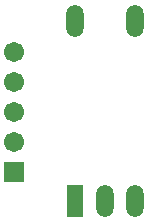
<source format=gts>
%FSTAX23Y23*%
%MOIN*%
%SFA1B1*%

%IPPOS*%
%ADD12R,0.057992X0.107992*%
%ADD13O,0.057992X0.107992*%
%ADD14C,0.067047*%
%ADD15R,0.067047X0.067047*%
%LNencoderdebouncer-1*%
%LPD*%
G54D12*
X00252Y-00678D03*
G54D13*
X00352Y-00678D03*
X00452D03*
X00252Y-00078D03*
X00452D03*
G54D14*
X00047Y-00179D03*
Y-00279D03*
Y-00379D03*
Y-00479D03*
G54D15*
X00047Y-00579D03*
M02*
</source>
